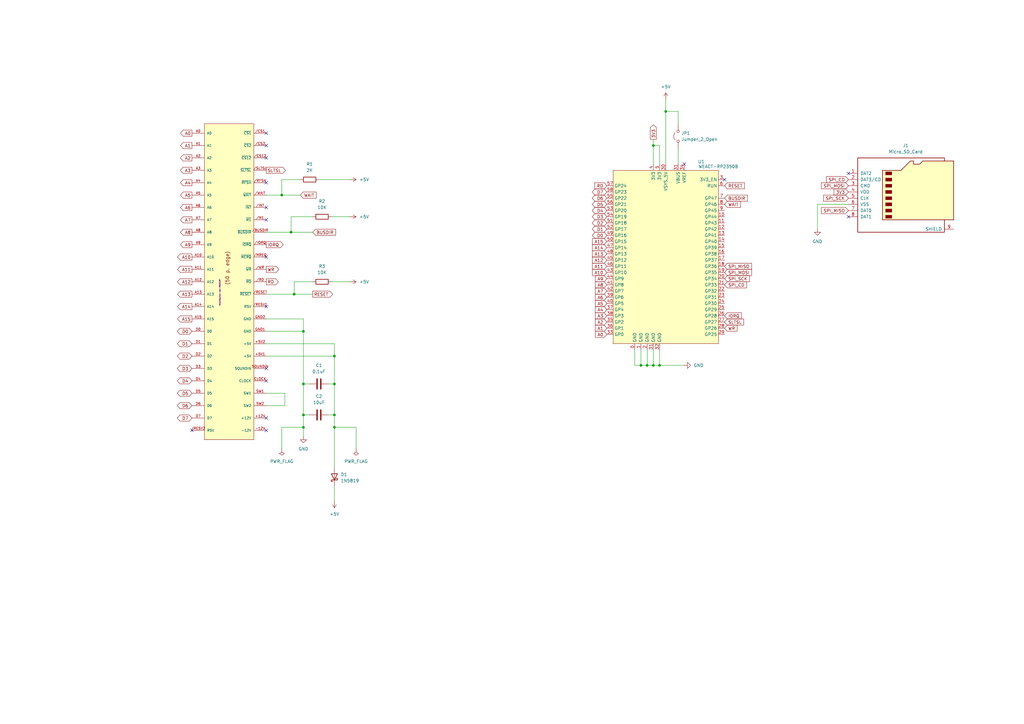
<source format=kicad_sch>
(kicad_sch (version 20231120) (generator "eeschema") (generator_version "8.0")
  (paper "A3")
  (title_block (title "MSX PicoVerse 2350") (date "2025-02-07") (rev "1.0") (company "The Retro Hacker") (comment 1 "Version connecting Pico GPIO pins directly to 5V") (comment 2 "Based on the WeAct RP2350B board") (comment 3 "The MSX experience driven by the RaspBerry Pi Pico") (comment 4 "MSX PicoVerse 2350"))
  (lib_symbols
    (symbol "Connector:Micro_SD_Card" (pin_names (offset 1.016))
      (property "Reference" "J" (at -16.51 15.24 0))
      (property "Value" "Micro_SD_Card" (at 16.51 15.24 0))
      (symbol "Micro_SD_Card_0_1"
        (rectangle (start -7.62 -9.525) (end -5.08 -10.795) (fill (type outline)))
        (rectangle (start -7.62 -6.985) (end -5.08 -8.255) (fill (type outline)))
        (rectangle (start -7.62 -4.445) (end -5.08 -5.715) (fill (type outline)))
        (rectangle (start -7.62 -1.905) (end -5.08 -3.175) (fill (type outline)))
        (rectangle (start -7.62 0.635) (end -5.08 -0.635) (fill (type outline)))
        (rectangle (start -7.62 3.175) (end -5.08 1.905) (fill (type outline)))
        (rectangle (start -7.62 5.715) (end -5.08 4.445) (fill (type outline)))
        (rectangle (start -7.62 8.255) (end -5.08 6.985) (fill (type outline)))
        (polyline (pts (xy 16.51 12.7) (xy 16.51 13.97) (xy -19.05 13.97) (xy -19.05 -16.51) (xy 16.51 -16.51) (xy 16.51 -11.43)) (stroke (width 0.254)))
        (polyline (pts (xy -8.89 -11.43) (xy -8.89 8.89) (xy -1.27 8.89) (xy 2.54 12.7) (xy 3.81 12.7) (xy 3.81 11.43) (xy 6.35 11.43) (xy 7.62 12.7) (xy 20.32 12.7) (xy 20.32 -11.43) (xy -8.89 -11.43)) (stroke (width 0.254)) (fill (type background)))
      )
      (symbol "Micro_SD_Card_1_1"
        (pin bidirectional line (at -22.86 7.62 0) (length 3.81) (name "DAT2") (number "1"))
        (pin bidirectional line (at -22.86 5.08 0) (length 3.81) (name "DAT3/CD") (number "2"))
        (pin input line (at -22.86 2.54 0) (length 3.81) (name "CMD") (number "3"))
        (pin power_in line (at -22.86 0 0) (length 3.81) (name "VDD") (number "4"))
        (pin input line (at -22.86 -2.54 0) (length 3.81) (name "CLK") (number "5"))
        (pin power_in line (at -22.86 -5.08 0) (length 3.81) (name "VSS") (number "6"))
        (pin bidirectional line (at -22.86 -7.62 0) (length 3.81) (name "DAT0") (number "7"))
        (pin bidirectional line (at -22.86 -10.16 0) (length 3.81) (name "DAT1") (number "8"))
        (pin passive line (at 20.32 -15.24 180) (length 3.81) (name "SHIELD") (number "9"))
      )
    )
    (symbol "Device:C" (pin_numbers hide) (pin_names (offset 0.254))
      (property "Reference" "C" (at 0.635 2.54 0))
      (property "Value" "C" (at 0.635 -2.54 0))
      (symbol "C_0_1"
        (polyline (pts (xy -2.032 -0.762) (xy 2.032 -0.762)) (stroke (width 0.508)))
        (polyline (pts (xy -2.032 0.762) (xy 2.032 0.762)) (stroke (width 0.508)))
      )
      (symbol "C_1_1"
        (pin passive line (at 0 3.81 270) (length 2.794) (name "~") (number "1"))
        (pin passive line (at 0 -3.81 90) (length 2.794) (name "~") (number "2"))
      )
    )
    (symbol "Device:D_Schottky" (pin_numbers hide) (pin_names (offset 1.016) hide)
      (property "Reference" "D" (at 0 2.54 0))
      (property "Value" "D_Schottky" (at 0 -2.54 0))
      (symbol "D_Schottky_0_1"
        (polyline (pts (xy 1.27 0) (xy -1.27 0)))
        (polyline (pts (xy 1.27 1.27) (xy 1.27 -1.27) (xy -1.27 0) (xy 1.27 1.27)) (stroke (width 0.254)))
        (polyline (pts (xy -1.905 0.635) (xy -1.905 1.27) (xy -1.27 1.27) (xy -1.27 -1.27) (xy -0.635 -1.27) (xy -0.635 -0.635)) (stroke (width 0.254)))
      )
      (symbol "D_Schottky_1_1"
        (pin passive line (at -3.81 0 0) (length 2.54) (name "K") (number "1"))
        (pin passive line (at 3.81 0 180) (length 2.54) (name "A") (number "2"))
      )
    )
    (symbol "Device:R" (pin_numbers hide) (pin_names (offset 0))
      (property "Reference" "R" (at 2.032 0 90))
      (property "Value" "R" (at 0 0 90))
      (symbol "R_0_1"
        (rectangle (start -1.016 -2.54) (end 1.016 2.54) (stroke (width 0.254)))
      )
      (symbol "R_1_1"
        (pin passive line (at 0 3.81 270) (length 1.27) (name "~") (number "1"))
        (pin passive line (at 0 -3.81 90) (length 1.27) (name "~") (number "2"))
      )
    )
    (symbol "Jumper:Jumper_2_Open" (pin_numbers hide) (pin_names (offset 0) hide) (exclude_from_sim yes)
      (property "Reference" "JP" (at 0 2.794 0))
      (property "Value" "Jumper_2_Open" (at 0 -2.286 0))
      (symbol "Jumper_2_Open_0_0"
        (circle (center -2.032 0) (radius 0.508))
        (circle (center 2.032 0) (radius 0.508))
      )
      (symbol "Jumper_2_Open_0_1"
        (arc (start 1.524 1.27) (mid 0 1.778) (end -1.524 1.27))
      )
      (symbol "Jumper_2_Open_1_1"
        (pin passive line (at -5.08 0 0) (length 2.54) (name "A") (number "1"))
        (pin passive line (at 5.08 0 180) (length 2.54) (name "B") (number "2"))
      )
    )
    (symbol "WeAct:RP2350B"
      (property "Reference" "U" (at 0 0 0))
      (symbol "RP2350B_1_1"
        (rectangle (start -21.59 35.56) (end 21.59 -35.56) (fill (type background)))
        (pin power_in line (at -12.7 -38.1 90) (length 2.54) (name "GND") (number "0"))
        (pin power_in line (at -10.16 -38.1 90) (length 2.54) (name "GND") (number "1"))
        (pin input line (at 24.13 16.51 180) (length 2.54) (name "GP44") (number "10"))
        (pin input line (at 24.13 13.97 180) (length 2.54) (name "GP43") (number "11"))
        (pin input line (at 24.13 11.43 180) (length 2.54) (name "GP42") (number "12"))
        (pin input line (at 24.13 8.89 180) (length 2.54) (name "GP41") (number "13"))
        (pin input line (at 24.13 6.35 180) (length 2.54) (name "GP40") (number "14"))
        (pin input line (at 24.13 3.81 180) (length 2.54) (name "GP39") (number "15"))
        (pin input line (at 24.13 1.27 180) (length 2.54) (name "GP38") (number "16"))
        (pin input line (at 24.13 -1.27 180) (length 2.54) (name "GP37") (number "17"))
        (pin input line (at 24.13 -3.81 180) (length 2.54) (name "GP36") (number "18"))
        (pin input line (at 24.13 -6.35 180) (length 2.54) (name "GP35") (number "19"))
        (pin power_in line (at -7.62 -38.1 90) (length 2.54) (name "GND") (number "2"))
        (pin input line (at 24.13 -8.89 180) (length 2.54) (name "GP34") (number "20"))
        (pin input line (at 24.13 -11.43 180) (length 2.54) (name "GP33") (number "21"))
        (pin input line (at 24.13 -13.97 180) (length 2.54) (name "GP32") (number "22"))
        (pin input line (at 24.13 -16.51 180) (length 2.54) (name "GP31") (number "23"))
        (pin input line (at 24.13 -19.05 180) (length 2.54) (name "GP30") (number "24"))
        (pin input line (at 24.13 -21.59 180) (length 2.54) (name "GP29") (number "25"))
        (pin input line (at 24.13 -24.13 180) (length 2.54) (name "GP28") (number "26"))
        (pin input line (at 24.13 -26.67 180) (length 2.54) (name "GP27") (number "27"))
        (pin input line (at 24.13 -29.21 180) (length 2.54) (name "GP26") (number "28"))
        (pin input line (at 24.13 -31.75 180) (length 2.54) (name "GP25") (number "29"))
        (pin input line (at 24.13 31.75 180) (length 2.54) (name "3V3_EN") (number "3"))
        (pin power_in line (at 0 38.1 270) (length 2.54) (name "VSYS_5V") (number "30"))
        (pin power_in line (at -5.08 -38.1 90) (length 2.54) (name "GND") (number "31"))
        (pin power_out line (at 5.08 38.1 270) (length 2.54) (name "VBUS") (number "31"))
        (pin power_in line (at -2.54 -38.1 90) (length 2.54) (name "GND") (number "32"))
        (pin input line (at -24.13 -31.75 0) (length 2.54) (name "GP0") (number "33"))
        (pin power_in line (at 7.62 38.1 270) (length 2.54) (name "VREF") (number "34"))
        (pin input line (at -24.13 -26.67 0) (length 2.54) (name "GP2") (number "35"))
        (pin input line (at -24.13 -29.21 0) (length 2.54) (name "GP1") (number "36"))
        (pin input line (at -24.13 -21.59 0) (length 2.54) (name "GP4") (number "37"))
        (pin input line (at -24.13 -24.13 0) (length 2.54) (name "GP3") (number "38"))
        (pin input line (at -24.13 -16.51 0) (length 2.54) (name "GP6") (number "39"))
        (pin power_in line (at -5.08 38.1 270) (length 2.54) (name "3V3") (number "4"))
        (pin input line (at -24.13 -19.05 0) (length 2.54) (name "GP5") (number "40"))
        (pin input line (at -24.13 -11.43 0) (length 2.54) (name "GP8") (number "41"))
        (pin input line (at -24.13 -13.97 0) (length 2.54) (name "GP7") (number "42"))
        (pin input line (at -24.13 -6.35 0) (length 2.54) (name "GP10") (number "43"))
        (pin input line (at -24.13 -8.89 0) (length 2.54) (name "GP9") (number "44"))
        (pin input line (at -24.13 -1.27 0) (length 2.54) (name "GP12") (number "45"))
        (pin input line (at -24.13 -3.81 0) (length 2.54) (name "GP11") (number "46"))
        (pin input line (at -24.13 3.81 0) (length 2.54) (name "GP14") (number "47"))
        (pin input line (at -24.13 1.27 0) (length 2.54) (name "GP13") (number "48"))
        (pin input line (at -24.13 8.89 0) (length 2.54) (name "GP16") (number "49"))
        (pin power_in line (at -2.54 38.1 270) (length 2.54) (name "3V3") (number "5"))
        (pin input line (at -24.13 6.35 0) (length 2.54) (name "GP15") (number "50"))
        (pin input line (at -24.13 13.97 0) (length 2.54) (name "GP18") (number "51"))
        (pin input line (at -24.13 11.43 0) (length 2.54) (name "GP17") (number "52"))
        (pin input line (at -24.13 19.05 0) (length 2.54) (name "GP20") (number "53"))
        (pin input line (at -24.13 16.51 0) (length 2.54) (name "GP19") (number "54"))
        (pin input line (at -24.13 24.13 0) (length 2.54) (name "GP22") (number "55"))
        (pin input line (at -24.13 21.59 0) (length 2.54) (name "GP21") (number "56"))
        (pin input line (at -24.13 29.21 0) (length 2.54) (name "GP24") (number "57"))
        (pin input line (at -24.13 26.67 0) (length 2.54) (name "GP23") (number "58"))
        (pin input line (at 24.13 29.21 180) (length 2.54) (name "RUN") (number "6"))
        (pin input line (at 24.13 24.13 180) (length 2.54) (name "GP47") (number "7"))
        (pin input line (at 24.13 21.59 180) (length 2.54) (name "GP46") (number "8"))
        (pin input line (at 24.13 19.05 180) (length 2.54) (name "GP45") (number "9"))
      )
    )
    (symbol "msx-con:MSX_CON" (pin_names (offset 1.016))
      (symbol "MSX_CON_1_0"
        (rectangle (start -59.69 10.16) (end 69.85 -10.16) (fill (type background)))
        (text "(50 p. edge)" (at 10.7442 0.7112 0) (effects (font (size 1.4224 1.4224))))
      )
      (symbol "MSX_CON_1_1"
        (pin power_out line (at -50.8 -15.24 90) (length 5.08) (name "+12V") (number "+12V"))
        (pin power_in line (at -25.4 -15.24 90) (length 5.08) (name "+5V") (number "+5V1"))
        (pin power_in line (at -20.32 -15.24 90) (length 5.08) (name "+5V") (number "+5V2"))
        (pin power_out line (at -55.88 -15.24 90) (length 5.08) (name "-12V") (number "-12V"))
        (pin input line (at 25.4 -15.24 90) (length 5.08) (name "~{BUSDIR}") (number "/BUSDIR"))
        (pin output line (at 66.04 -15.24 90) (length 5.08) (name "~{CS1}") (number "/CS1"))
        (pin output line (at 55.88 -15.24 90) (length 5.08) (name "~{CS12}") (number "/CS12"))
        (pin output line (at 60.96 -15.24 90) (length 5.08) (name "~{CS2}") (number "/CS2"))
        (pin input line (at 35.56 -15.24 90) (length 5.08) (name "~{INT}") (number "/INT"))
        (pin output line (at 20.32 -15.24 90) (length 5.08) (name "~{IORQ}") (number "/IORQ"))
        (pin output line (at 30.48 -15.24 90) (length 5.08) (name "~{M1}") (number "/M1"))
        (pin output line (at 15.24 -15.24 90) (length 5.08) (name "~{MERQ}") (number "/MREQ"))
        (pin output line (at 5.08 -15.24 90) (length 5.08) (name "~{RD}") (number "/RD"))
        (pin output line (at 0 -15.24 90) (length 5.08) (name "~{RESET}") (number "/RESET"))
        (pin unspecified line (at -5.08 -15.24 90) (length 5.08) (name "RSV") (number "/RESV1"))
        (pin unspecified line (at -55.88 15.24 270) (length 5.08) (name "RSV") (number "/RESV2"))
        (pin output line (at 45.72 -15.24 90) (length 5.08) (name "~{RFSH}") (number "/RFSH"))
        (pin output line (at 50.8 -15.24 90) (length 5.08) (name "~{SLTSL}") (number "/SLTSL"))
        (pin input line (at 40.64 -15.24 90) (length 5.08) (name "~{WAIT}") (number "/WAIT"))
        (pin output line (at 10.16 -15.24 90) (length 5.08) (name "~{WR}") (number "/WR"))
        (pin output line (at 66.04 15.24 270) (length 5.08) (name "A0") (number "A0"))
        (pin output line (at 60.96 15.24 270) (length 5.08) (name "A1") (number "A1"))
        (pin output line (at 15.24 15.24 270) (length 5.08) (name "A10") (number "A10"))
        (pin output line (at 10.16 15.24 270) (length 5.08) (name "A11") (number "A11"))
        (pin output line (at 5.08 15.24 270) (length 5.08) (name "A12") (number "A12"))
        (pin output line (at 0 15.24 270) (length 5.08) (name "A13") (number "A13"))
        (pin output line (at -5.08 15.24 270) (length 5.08) (name "A14") (number "A14"))
        (pin output line (at -10.16 15.24 270) (length 5.08) (name "A15") (number "A15"))
        (pin output line (at 55.88 15.24 270) (length 5.08) (name "A2") (number "A2"))
        (pin output line (at 50.8 15.24 270) (length 5.08) (name "A3") (number "A3"))
        (pin output line (at 45.72 15.24 270) (length 5.08) (name "A4") (number "A4"))
        (pin output line (at 40.64 15.24 270) (length 5.08) (name "A5") (number "A5"))
        (pin output line (at 35.56 15.24 270) (length 5.08) (name "A6") (number "A6"))
        (pin output line (at 30.48 15.24 270) (length 5.08) (name "A7") (number "A7"))
        (pin output line (at 25.4 15.24 270) (length 5.08) (name "A8") (number "A8"))
        (pin output line (at 20.32 15.24 270) (length 5.08) (name "A9") (number "A9"))
        (pin output line (at -35.56 -15.24 90) (length 5.08) (name "CLOCK") (number "CLOCK"))
        (pin bidirectional line (at -15.24 15.24 270) (length 5.08) (name "D0") (number "D0"))
        (pin bidirectional line (at -20.32 15.24 270) (length 5.08) (name "D1") (number "D1"))
        (pin bidirectional line (at -25.4 15.24 270) (length 5.08) (name "D2") (number "D2"))
        (pin bidirectional line (at -30.48 15.24 270) (length 5.08) (name "D3") (number "D3"))
        (pin bidirectional line (at -35.56 15.24 270) (length 5.08) (name "D4") (number "D4"))
        (pin bidirectional line (at -40.64 15.24 270) (length 5.08) (name "D5") (number "D5"))
        (pin bidirectional line (at -45.72 15.24 270) (length 5.08) (name "D6") (number "D6"))
        (pin bidirectional line (at -50.8 15.24 270) (length 5.08) (name "D7") (number "D7"))
        (pin power_in line (at -15.24 -15.24 90) (length 5.08) (name "GND") (number "GND1"))
        (pin power_in line (at -10.16 -15.24 90) (length 5.08) (name "GND") (number "GND2"))
        (pin input line (at -30.48 -15.24 90) (length 5.08) (name "SOUNDIN") (number "SOUNDIN"))
        (pin passive line (at -40.64 -15.24 90) (length 5.08) (name "SW1") (number "SW1"))
        (pin passive line (at -45.72 -15.24 90) (length 5.08) (name "SW2") (number "SW2"))
      )
    )
    (symbol "power:+5V" (power) (pin_numbers hide) (pin_names (offset 0) hide)
      (property "Value" "+5V" (at 0 3.556 0))
      (symbol "+5V_0_1"
        (polyline (pts (xy -0.762 1.27) (xy 0 2.54)))
        (polyline (pts (xy 0 0) (xy 0 2.54)))
        (polyline (pts (xy 0 2.54) (xy 0.762 1.27)))
      )
      (symbol "+5V_1_1"
        (pin power_in line (at 0 0 90) (length 0) (name "~") (number "1"))
      )
    )
    (symbol "power:GND" (power) (pin_numbers hide) (pin_names (offset 0) hide)
      (property "Value" "GND" (at 0 -3.81 0))
      (symbol "GND_0_1"
        (polyline (pts (xy 0 0) (xy 0 -1.27) (xy 1.27 -1.27) (xy 0 -2.54) (xy -1.27 -1.27) (xy 0 -1.27)))
      )
      (symbol "GND_1_1"
        (pin power_in line (at 0 0 270) (length 0) (name "~") (number "1"))
      )
    )
    (symbol "power:PWR_FLAG" (power) (pin_numbers hide) (pin_names (offset 0) hide)
      (property "Value" "PWR_FLAG" (at 0 3.81 0))
      (symbol "PWR_FLAG_0_0"
        (pin power_out line (at 0 0 90) (length 0) (name "~") (number "1"))
      )
      (symbol "PWR_FLAG_0_1"
        (polyline (pts (xy 0 0) (xy 0 1.27) (xy -1.016 1.905) (xy 0 2.54) (xy 1.016 1.905) (xy 0 1.27)))
      )
    )
  )
  (junction (at 120.65 120.65))
  (junction (at 119.38 95.25))
  (junction (at 270.51 149.86))
  (junction (at 124.46 175.26))
  (junction (at 267.97 149.86))
  (junction (at 137.16 146.05))
  (junction (at 137.16 170.18))
  (junction (at 137.16 175.26))
  (junction (at 124.46 157.48))
  (junction (at 115.57 80.01))
  (junction (at 262.89 149.86))
  (junction (at 124.46 135.89))
  (junction (at 267.97 59.69))
  (junction (at 273.05 45.72))
  (junction (at 265.43 149.86))
  (junction (at 137.16 157.48))
  (junction (at 124.46 170.18))
  (no_connect (at 109.22 105.41))
  (no_connect (at 280.67 67.31))
  (no_connect (at 78.74 176.53))
  (no_connect (at 109.22 74.93))
  (no_connect (at 109.22 59.69))
  (no_connect (at 109.22 125.73))
  (no_connect (at 347.98 71.12))
  (no_connect (at 109.22 171.45))
  (no_connect (at 109.22 64.77))
  (no_connect (at 297.18 73.66))
  (no_connect (at 109.22 151.13))
  (no_connect (at 109.22 176.53))
  (no_connect (at 109.22 90.17))
  (no_connect (at 109.22 85.09))
  (no_connect (at 347.98 88.9))
  (no_connect (at 109.22 54.61))
  (no_connect (at 109.22 156.21))
  (wire (pts (xy 109.22 80.01) (xy 115.57 80.01)))
  (wire (pts (xy 137.16 146.05) (xy 137.16 157.48)))
  (wire (pts (xy 137.16 175.26) (xy 137.16 191.77)))
  (wire (pts (xy 109.22 95.25) (xy 119.38 95.25)))
  (wire (pts (xy 115.57 80.01) (xy 123.19 80.01)))
  (wire (pts (xy 267.97 57.15) (xy 267.97 59.69)))
  (wire (pts (xy 270.51 59.69) (xy 267.97 59.69)))
  (wire (pts (xy 124.46 170.18) (xy 124.46 175.26)))
  (wire (pts (xy 260.35 143.51) (xy 260.35 149.86)))
  (wire (pts (xy 109.22 140.97) (xy 137.16 140.97)))
  (wire (pts (xy 109.22 161.29) (xy 116.84 161.29)))
  (wire (pts (xy 119.38 95.25) (xy 128.27 95.25)))
  (wire (pts (xy 137.16 140.97) (xy 137.16 146.05)))
  (wire (pts (xy 270.51 149.86) (xy 280.67 149.86)))
  (wire (pts (xy 124.46 135.89) (xy 124.46 157.48)))
  (wire (pts (xy 265.43 143.51) (xy 265.43 149.86)))
  (wire (pts (xy 273.05 40.64) (xy 273.05 45.72)))
  (wire (pts (xy 130.81 73.66) (xy 143.51 73.66)))
  (wire (pts (xy 134.62 170.18) (xy 137.16 170.18)))
  (wire (pts (xy 116.84 161.29) (xy 116.84 166.37)))
  (wire (pts (xy 124.46 157.48) (xy 127 157.48)))
  (wire (pts (xy 335.28 83.82) (xy 335.28 93.98)))
  (wire (pts (xy 137.16 199.39) (xy 137.16 205.74)))
  (wire (pts (xy 260.35 149.86) (xy 262.89 149.86)))
  (wire (pts (xy 124.46 130.81) (xy 124.46 135.89)))
  (wire (pts (xy 278.13 60.96) (xy 278.13 67.31)))
  (wire (pts (xy 273.05 45.72) (xy 273.05 67.31)))
  (wire (pts (xy 120.65 115.57) (xy 120.65 120.65)))
  (wire (pts (xy 134.62 157.48) (xy 137.16 157.48)))
  (wire (pts (xy 115.57 175.26) (xy 124.46 175.26)))
  (wire (pts (xy 347.98 83.82) (xy 335.28 83.82)))
  (wire (pts (xy 128.27 115.57) (xy 120.65 115.57)))
  (wire (pts (xy 137.16 170.18) (xy 137.16 175.26)))
  (wire (pts (xy 278.13 45.72) (xy 273.05 45.72)))
  (wire (pts (xy 146.05 175.26) (xy 137.16 175.26)))
  (wire (pts (xy 109.22 130.81) (xy 124.46 130.81)))
  (wire (pts (xy 109.22 146.05) (xy 137.16 146.05)))
  (wire (pts (xy 109.22 120.65) (xy 120.65 120.65)))
  (wire (pts (xy 265.43 149.86) (xy 267.97 149.86)))
  (wire (pts (xy 109.22 135.89) (xy 124.46 135.89)))
  (wire (pts (xy 137.16 157.48) (xy 137.16 170.18)))
  (wire (pts (xy 128.27 88.9) (xy 119.38 88.9)))
  (wire (pts (xy 135.89 115.57) (xy 143.51 115.57)))
  (wire (pts (xy 146.05 184.15) (xy 146.05 175.26)))
  (wire (pts (xy 270.51 143.51) (xy 270.51 149.86)))
  (wire (pts (xy 116.84 166.37) (xy 109.22 166.37)))
  (wire (pts (xy 120.65 120.65) (xy 128.27 120.65)))
  (wire (pts (xy 267.97 149.86) (xy 270.51 149.86)))
  (wire (pts (xy 119.38 88.9) (xy 119.38 95.25)))
  (wire (pts (xy 124.46 175.26) (xy 124.46 179.07)))
  (wire (pts (xy 267.97 143.51) (xy 267.97 149.86)))
  (wire (pts (xy 262.89 143.51) (xy 262.89 149.86)))
  (wire (pts (xy 124.46 170.18) (xy 127 170.18)))
  (wire (pts (xy 267.97 59.69) (xy 267.97 67.31)))
  (wire (pts (xy 115.57 184.15) (xy 115.57 175.26)))
  (wire (pts (xy 123.19 73.66) (xy 115.57 73.66)))
  (wire (pts (xy 262.89 149.86) (xy 265.43 149.86)))
  (wire (pts (xy 135.89 88.9) (xy 143.51 88.9)))
  (wire (pts (xy 270.51 67.31) (xy 270.51 59.69)))
  (wire (pts (xy 124.46 157.48) (xy 124.46 170.18)))
  (wire (pts (xy 278.13 50.8) (xy 278.13 45.72)))
  (wire (pts (xy 115.57 73.66) (xy 115.57 80.01)))
  (global_label "A0" (shape output) (at 78.74 54.61 180) (property "Intersheetrefs" "${INTERSHEET_REFS}" (effects (hide yes))))
  (global_label "3V3" (shape output) (at 267.97 57.15 90) (property "Intersheetrefs" "${INTERSHEET_REFS}" (effects (hide yes))))
  (global_label "A2" (shape output) (at 78.74 64.77 180) (property "Intersheetrefs" "${INTERSHEET_REFS}" (effects (hide yes))))
  (global_label "A4" (shape input) (at 248.92 127 180) (property "Intersheetrefs" "${INTERSHEET_REFS}" (effects (hide yes))))
  (global_label "A9" (shape input) (at 248.92 114.3 180) (property "Intersheetrefs" "${INTERSHEET_REFS}" (effects (hide yes))))
  (global_label "IORQ" (shape output) (at 109.22 100.33 0) (property "Intersheetrefs" "${INTERSHEET_REFS}" (effects (hide yes))))
  (global_label "A13" (shape input) (at 248.92 104.14 180) (property "Intersheetrefs" "${INTERSHEET_REFS}" (effects (hide yes))))
  (global_label "WAIT" (shape input) (at 123.19 80.01 0) (property "Intersheetrefs" "${INTERSHEET_REFS}" (effects (hide yes))))
  (global_label "A4" (shape output) (at 78.74 74.93 180) (property "Intersheetrefs" "${INTERSHEET_REFS}" (effects (hide yes))))
  (global_label "D2" (shape bidirectional) (at 248.92 91.44 180) (property "Intersheetrefs" "${INTERSHEET_REFS}" (effects (hide yes))))
  (global_label "A3" (shape output) (at 78.74 69.85 180) (property "Intersheetrefs" "${INTERSHEET_REFS}" (effects (hide yes))))
  (global_label "D0" (shape bidirectional) (at 78.74 135.89 180) (property "Intersheetrefs" "${INTERSHEET_REFS}" (effects (hide yes))))
  (global_label "A8" (shape input) (at 248.92 116.84 180) (property "Intersheetrefs" "${INTERSHEET_REFS}" (effects (hide yes))))
  (global_label "SPI_SCK" (shape input) (at 347.98 81.28 180) (property "Intersheetrefs" "${INTERSHEET_REFS}" (effects (hide yes))))
  (global_label "A3" (shape input) (at 248.92 129.54 180) (property "Intersheetrefs" "${INTERSHEET_REFS}" (effects (hide yes))))
  (global_label "SPI_CD" (shape input) (at 297.18 116.84 0) (property "Intersheetrefs" "${INTERSHEET_REFS}" (effects (hide yes))))
  (global_label "A11" (shape input) (at 248.92 109.22 180) (property "Intersheetrefs" "${INTERSHEET_REFS}" (effects (hide yes))))
  (global_label "A5" (shape input) (at 248.92 124.46 180) (property "Intersheetrefs" "${INTERSHEET_REFS}" (effects (hide yes))))
  (global_label "A0" (shape input) (at 248.92 137.16 180) (property "Intersheetrefs" "${INTERSHEET_REFS}" (effects (hide yes))))
  (global_label "SLTSL" (shape output) (at 109.22 69.85 0) (property "Intersheetrefs" "${INTERSHEET_REFS}" (effects (hide yes))))
  (global_label "A15" (shape output) (at 78.74 130.81 180) (property "Intersheetrefs" "${INTERSHEET_REFS}" (effects (hide yes))))
  (global_label "RESET" (shape input) (at 297.18 76.2 0) (property "Intersheetrefs" "${INTERSHEET_REFS}" (effects (hide yes))))
  (global_label "BUSDIR" (shape input) (at 297.18 81.28 0) (property "Intersheetrefs" "${INTERSHEET_REFS}" (effects (hide yes))))
  (global_label "D4" (shape bidirectional) (at 248.92 86.36 180) (property "Intersheetrefs" "${INTERSHEET_REFS}" (effects (hide yes))))
  (global_label "D5" (shape bidirectional) (at 78.74 161.29 180) (property "Intersheetrefs" "${INTERSHEET_REFS}" (effects (hide yes))))
  (global_label "D1" (shape bidirectional) (at 78.74 140.97 180) (property "Intersheetrefs" "${INTERSHEET_REFS}" (effects (hide yes))))
  (global_label "IORQ" (shape input) (at 297.18 129.54 0) (property "Intersheetrefs" "${INTERSHEET_REFS}" (effects (hide yes))))
  (global_label "A7" (shape input) (at 248.92 119.38 180) (property "Intersheetrefs" "${INTERSHEET_REFS}" (effects (hide yes))))
  (global_label "A14" (shape output) (at 78.74 125.73 180) (property "Intersheetrefs" "${INTERSHEET_REFS}" (effects (hide yes))))
  (global_label "A11" (shape output) (at 78.74 110.49 180) (property "Intersheetrefs" "${INTERSHEET_REFS}" (effects (hide yes))))
  (global_label "A14" (shape input) (at 248.92 101.6 180) (property "Intersheetrefs" "${INTERSHEET_REFS}" (effects (hide yes))))
  (global_label "A8" (shape output) (at 78.74 95.25 180) (property "Intersheetrefs" "${INTERSHEET_REFS}" (effects (hide yes))))
  (global_label "A2" (shape input) (at 248.92 132.08 180) (property "Intersheetrefs" "${INTERSHEET_REFS}" (effects (hide yes))))
  (global_label "D0" (shape bidirectional) (at 248.92 96.52 180) (property "Intersheetrefs" "${INTERSHEET_REFS}" (effects (hide yes))))
  (global_label "BUSDIR" (shape input) (at 128.27 95.25 0) (property "Intersheetrefs" "${INTERSHEET_REFS}" (effects (hide yes))))
  (global_label "A6" (shape input) (at 248.92 121.92 180) (property "Intersheetrefs" "${INTERSHEET_REFS}" (effects (hide yes))))
  (global_label "SPI_MISO" (shape input) (at 297.18 109.22 0) (property "Intersheetrefs" "${INTERSHEET_REFS}" (effects (hide yes))))
  (global_label "RD" (shape input) (at 248.92 76.2 180) (property "Intersheetrefs" "${INTERSHEET_REFS}" (effects (hide yes))))
  (global_label "SLTSL" (shape input) (at 297.18 132.08 0) (property "Intersheetrefs" "${INTERSHEET_REFS}" (effects (hide yes))))
  (global_label "SPI_MOSI" (shape input) (at 347.98 76.2 180) (property "Intersheetrefs" "${INTERSHEET_REFS}" (effects (hide yes))))
  (global_label "A10" (shape output) (at 78.74 105.41 180) (property "Intersheetrefs" "${INTERSHEET_REFS}" (effects (hide yes))))
  (global_label "A6" (shape output) (at 78.74 85.09 180) (property "Intersheetrefs" "${INTERSHEET_REFS}" (effects (hide yes))))
  (global_label "SPI_SCK" (shape input) (at 297.18 114.3 0) (property "Intersheetrefs" "${INTERSHEET_REFS}" (effects (hide yes))))
  (global_label "A10" (shape input) (at 248.92 111.76 180) (property "Intersheetrefs" "${INTERSHEET_REFS}" (effects (hide yes))))
  (global_label "SPI_MOSI" (shape input) (at 297.18 111.76 0) (property "Intersheetrefs" "${INTERSHEET_REFS}" (effects (hide yes))))
  (global_label "D2" (shape bidirectional) (at 78.74 146.05 180) (property "Intersheetrefs" "${INTERSHEET_REFS}" (effects (hide yes))))
  (global_label "A15" (shape input) (at 248.92 99.06 180) (property "Intersheetrefs" "${INTERSHEET_REFS}" (effects (hide yes))))
  (global_label "A12" (shape input) (at 248.92 106.68 180) (property "Intersheetrefs" "${INTERSHEET_REFS}" (effects (hide yes))))
  (global_label "D5" (shape bidirectional) (at 248.92 83.82 180) (property "Intersheetrefs" "${INTERSHEET_REFS}" (effects (hide yes))))
  (global_label "A7" (shape output) (at 78.74 90.17 180) (property "Intersheetrefs" "${INTERSHEET_REFS}" (effects (hide yes))))
  (global_label "D4" (shape bidirectional) (at 78.74 156.21 180) (property "Intersheetrefs" "${INTERSHEET_REFS}" (effects (hide yes))))
  (global_label "A12" (shape output) (at 78.74 115.57 180) (property "Intersheetrefs" "${INTERSHEET_REFS}" (effects (hide yes))))
  (global_label "WR" (shape output) (at 109.22 110.49 0) (property "Intersheetrefs" "${INTERSHEET_REFS}" (effects (hide yes))))
  (global_label "A5" (shape output) (at 78.74 80.01 180) (property "Intersheetrefs" "${INTERSHEET_REFS}" (effects (hide yes))))
  (global_label "RESET" (shape output) (at 128.27 120.65 0) (property "Intersheetrefs" "${INTERSHEET_REFS}" (effects (hide yes))))
  (global_label "D1" (shape bidirectional) (at 248.92 93.98 180) (property "Intersheetrefs" "${INTERSHEET_REFS}" (effects (hide yes))))
  (global_label "A9" (shape output) (at 78.74 100.33 180) (property "Intersheetrefs" "${INTERSHEET_REFS}" (effects (hide yes))))
  (global_label "A1" (shape input) (at 248.92 134.62 180) (property "Intersheetrefs" "${INTERSHEET_REFS}" (effects (hide yes))))
  (global_label "WR" (shape input) (at 297.18 134.62 0) (property "Intersheetrefs" "${INTERSHEET_REFS}" (effects (hide yes))))
  (global_label "3V3" (shape input) (at 347.98 78.74 180) (property "Intersheetrefs" "${INTERSHEET_REFS}" (effects (hide yes))))
  (global_label "D3" (shape bidirectional) (at 78.74 151.13 180) (property "Intersheetrefs" "${INTERSHEET_REFS}" (effects (hide yes))))
  (global_label "A1" (shape output) (at 78.74 59.69 180) (property "Intersheetrefs" "${INTERSHEET_REFS}" (effects (hide yes))))
  (global_label "WAIT" (shape input) (at 297.18 83.82 0) (property "Intersheetrefs" "${INTERSHEET_REFS}" (effects (hide yes))))
  (global_label "D6" (shape bidirectional) (at 248.92 81.28 180) (property "Intersheetrefs" "${INTERSHEET_REFS}" (effects (hide yes))))
  (global_label "SPI_MISO" (shape input) (at 347.98 86.36 180) (property "Intersheetrefs" "${INTERSHEET_REFS}" (effects (hide yes))))
  (global_label "SPI_CD" (shape input) (at 347.98 73.66 180) (property "Intersheetrefs" "${INTERSHEET_REFS}" (effects (hide yes))))
  (global_label "D7" (shape bidirectional) (at 78.74 171.45 180) (property "Intersheetrefs" "${INTERSHEET_REFS}" (effects (hide yes))))
  (global_label "D3" (shape bidirectional) (at 248.92 88.9 180) (property "Intersheetrefs" "${INTERSHEET_REFS}" (effects (hide yes))))
  (global_label "RD" (shape output) (at 109.22 115.57 0) (property "Intersheetrefs" "${INTERSHEET_REFS}" (effects (hide yes))))
  (global_label "D6" (shape bidirectional) (at 78.74 166.37 180) (property "Intersheetrefs" "${INTERSHEET_REFS}" (effects (hide yes))))
  (global_label "A13" (shape output) (at 78.74 120.65 180) (property "Intersheetrefs" "${INTERSHEET_REFS}" (effects (hide yes))))
  (global_label "D7" (shape bidirectional) (at 248.92 78.74 180) (property "Intersheetrefs" "${INTERSHEET_REFS}" (effects (hide yes))))
  (symbol (lib_id "Device:R") (at 132.08 115.57 90) (unit 1)
    (property "Reference" "R3" (at 132.08 109.22 90))
    (property "Value" "10K" (at 132.08 111.76 90))
    (property "Footprint" "Resistor_SMD:R_0603_1608Metric_Pad0.98x0.95mm_HandSolder" (effects (hide yes)))
    (property "Description" "Resistor" (effects (hide yes)))
  )
  (symbol (lib_id "Jumper:Jumper_2_Open") (at 278.13 55.88 90) (unit 1) (exclude_from_sim yes)
    (property "Reference" "JP1" (at 279.4 54.6099 90) (effects (justify right)))
    (property "Value" "Jumper_2_Open" (at 279.4 57.1499 90) (effects (justify right)))
    (property "Footprint" "Jumper:SolderJumper-2_P1.3mm_Open_RoundedPad1.0x1.5mm" (effects (hide yes)))
    (property "Description" "Jumper, 2-pole, open" (effects (hide yes)))
  )
  (symbol (lib_id "power:PWR_FLAG") (at 146.05 184.15 180) (unit 1)
    (property "Reference" "#FLG02" (effects (hide yes)))
    (property "Value" "PWR_FLAG" (at 146.05 189.23 0))
    (property "Description" "Special symbol for telling ERC where power comes from" (effects (hide yes)))
  )
  (symbol (lib_id "Device:D_Schottky") (at 137.16 195.58 90) (unit 1)
    (property "Reference" "D1" (at 139.7 194.6274 90) (effects (justify right)))
    (property "Value" "1N5819" (at 139.7 197.1674 90) (effects (justify right)))
    (property "Footprint" "Diode_SMD:D_SOD-123" (effects (hide yes)))
    (property "Description" "Schottky diode" (effects (hide yes)))
  )
  (symbol (lib_id "power:+5V") (at 143.51 73.66 270) (unit 1)
    (property "Reference" "#PWR03" (effects (hide yes)))
    (property "Value" "+5V" (at 147.32 73.6599 90) (effects (justify left)))
    (property "Description" "Power symbol creates a global label with name \"+5V\"" (effects (hide yes)))
  )
  (symbol (lib_id "power:+5V") (at 137.16 205.74 180) (unit 1)
    (property "Reference" "#PWR02" (effects (hide yes)))
    (property "Value" "+5V" (at 137.16 210.82 0))
    (property "Description" "Power symbol creates a global label with name \"+5V\"" (effects (hide yes)))
  )
  (symbol (lib_id "power:PWR_FLAG") (at 115.57 184.15 180) (unit 1)
    (property "Reference" "#FLG01" (effects (hide yes)))
    (property "Value" "PWR_FLAG" (at 115.57 189.23 0))
    (property "Description" "Special symbol for telling ERC where power comes from" (effects (hide yes)))
  )
  (symbol (lib_id "power:GND") (at 335.28 93.98 0) (unit 1)
    (property "Reference" "#PWR08" (effects (hide yes)))
    (property "Value" "GND" (at 335.28 99.06 0))
    (property "Description" "Power symbol creates a global label with name \"GND\" , ground" (effects (hide yes)))
  )
  (symbol (lib_id "Device:C") (at 130.81 170.18 90) (unit 1)
    (property "Reference" "C2" (at 130.81 162.56 90))
    (property "Value" "10uF" (at 130.81 165.1 90))
    (property "Footprint" "Capacitor_SMD:C_0603_1608Metric_Pad1.08x0.95mm_HandSolder" (effects (hide yes)))
    (property "Description" "Unpolarized capacitor" (effects (hide yes)))
  )
  (symbol (lib_id "power:+5V") (at 143.51 88.9 270) (unit 1)
    (property "Reference" "#PWR04" (effects (hide yes)))
    (property "Value" "+5V" (at 147.32 88.8999 90) (effects (justify left)))
    (property "Description" "Power symbol creates a global label with name \"+5V\"" (effects (hide yes)))
  )
  (symbol (lib_id "Device:R") (at 127 73.66 90) (unit 1)
    (property "Reference" "R1" (at 127 67.31 90))
    (property "Value" "2K" (at 127 69.85 90))
    (property "Footprint" "Resistor_SMD:R_0603_1608Metric_Pad0.98x0.95mm_HandSolder" (effects (hide yes)))
    (property "Description" "Resistor" (effects (hide yes)))
  )
  (symbol (lib_id "power:GND") (at 124.46 179.07 0) (unit 1)
    (property "Reference" "#PWR01" (effects (hide yes)))
    (property "Value" "GND" (at 124.46 184.15 0))
    (property "Description" "Power symbol creates a global label with name \"GND\" , ground" (effects (hide yes)))
  )
  (symbol (lib_id "power:+5V") (at 273.05 40.64 0) (unit 1)
    (property "Reference" "#PWR07" (effects (hide yes)))
    (property "Value" "+5V" (at 273.05 35.56 0))
    (property "Description" "Power symbol creates a global label with name \"+5V\"" (effects (hide yes)))
  )
  (symbol (lib_id "Device:C") (at 130.81 157.48 90) (unit 1)
    (property "Reference" "C1" (at 130.81 149.86 90))
    (property "Value" "0.1uF" (at 130.81 152.4 90))
    (property "Footprint" "Capacitor_SMD:C_0603_1608Metric_Pad1.08x0.95mm_HandSolder" (effects (hide yes)))
    (property "Description" "Unpolarized capacitor" (effects (hide yes)))
  )
  (symbol (lib_id "Device:R") (at 132.08 88.9 90) (unit 1)
    (property "Reference" "R2" (at 132.08 82.55 90))
    (property "Value" "10K" (at 132.08 85.09 90))
    (property "Footprint" "Resistor_SMD:R_0603_1608Metric_Pad0.98x0.95mm_HandSolder" (effects (hide yes)))
    (property "Description" "Resistor" (effects (hide yes)))
  )
  (symbol (lib_id "power:GND") (at 280.67 149.86 90) (unit 1)
    (property "Reference" "#PWR06" (effects (hide yes)))
    (property "Value" "GND" (at 284.48 149.8599 90) (effects (justify right)))
    (property "Description" "Power symbol creates a global label with name \"GND\" , ground" (effects (hide yes)))
  )
  (symbol (lib_id "WeAct:RP2350B") (at 273.05 105.41 0) (unit 1)
    (property "Reference" "U1" (at 286.258 66.294 0) (effects (justify left)))
    (property "Value" "WEACT-RP2350B" (at 286.4201 68.326 0) (effects (justify left)))
  )
  (symbol (lib_id "msx-con:MSX_CON") (at 93.98 120.65 90) (unit 1)
    (property "Reference" "EDG1" (effects (hide yes)))
    (property "Value" "MSX_CON" (effects (hide yes)))
    (property "Footprint" "libraries:msx-con-MSXCART" (at 90.17 119.888 0) (effects (font (size 0.508 0.508))))
  )
  (symbol (lib_id "Connector:Micro_SD_Card") (at 370.84 78.74 0) (unit 1)
    (property "Reference" "J1" (at 371.475 59.69 0))
    (property "Value" "Micro_SD_Card" (at 371.475 62.23 0))
    (property "Datasheet" "http://katalog.we-online.de/em/datasheet/693072010801.pdf" (effects (hide yes)))
    (property "Description" "Micro SD Card Socket" (effects (hide yes)))
  )
  (symbol (lib_id "power:+5V") (at 143.51 115.57 270) (unit 1)
    (property "Reference" "#PWR05" (effects (hide yes)))
    (property "Value" "+5V" (at 147.32 115.5699 90) (effects (justify left)))
    (property "Description" "Power symbol creates a global label with name \"+5V\"" (effects (hide yes)))
  )
)
</source>
